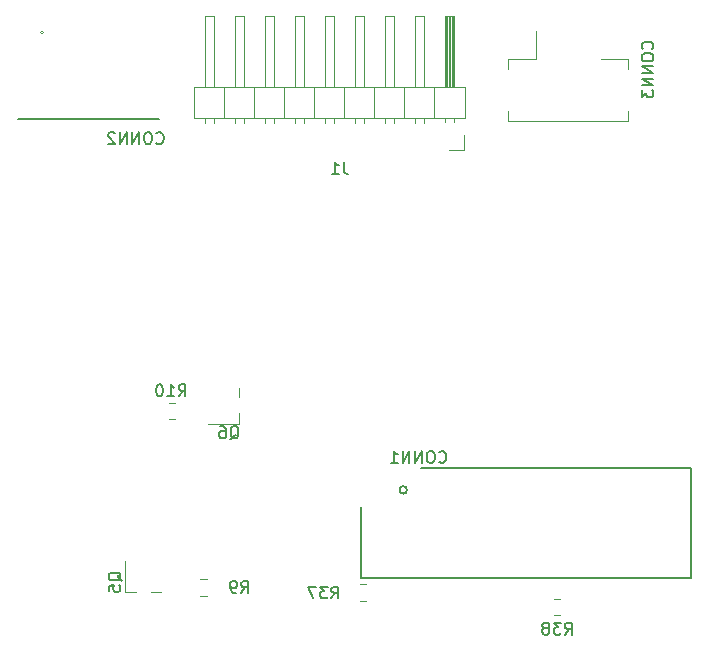
<source format=gbr>
G04 #@! TF.GenerationSoftware,KiCad,Pcbnew,(5.1.6-0-10_14)*
G04 #@! TF.CreationDate,2020-08-09T09:54:48-04:00*
G04 #@! TF.ProjectId,Pufferfish-Interface-2,50756666-6572-4666-9973-682d496e7465,rev?*
G04 #@! TF.SameCoordinates,Original*
G04 #@! TF.FileFunction,Legend,Bot*
G04 #@! TF.FilePolarity,Positive*
%FSLAX46Y46*%
G04 Gerber Fmt 4.6, Leading zero omitted, Abs format (unit mm)*
G04 Created by KiCad (PCBNEW (5.1.6-0-10_14)) date 2020-08-09 09:54:48*
%MOMM*%
%LPD*%
G01*
G04 APERTURE LIST*
%ADD10C,0.120000*%
%ADD11C,0.100000*%
%ADD12C,0.127000*%
%ADD13C,0.200000*%
%ADD14C,0.150000*%
G04 APERTURE END LIST*
D10*
X20126060Y-32608760D02*
X20126060Y-31808760D01*
X17526060Y-34858760D02*
X20126060Y-34858760D01*
X20126060Y-34858760D02*
X20126060Y-33908760D01*
X12720120Y-49105100D02*
X13520120Y-49105100D01*
X10470120Y-46505100D02*
X10470120Y-49105100D01*
X10470120Y-49105100D02*
X11420120Y-49105100D01*
X14696178Y-34474220D02*
X14179022Y-34474220D01*
X14696178Y-33054220D02*
X14179022Y-33054220D01*
X16866102Y-48024980D02*
X17383258Y-48024980D01*
X16866102Y-49444980D02*
X17383258Y-49444980D01*
X53091000Y-9202000D02*
X53091000Y-8352000D01*
X42921000Y-9202000D02*
X53091000Y-9202000D01*
X42921000Y-3982000D02*
X45246000Y-3982000D01*
X42921000Y-4832000D02*
X42921000Y-3982000D01*
X42921000Y-8352000D02*
X42921000Y-9202000D01*
X53091000Y-3982000D02*
X50766000Y-3982000D01*
X53091000Y-4832000D02*
X53091000Y-3982000D01*
X45246000Y-3982000D02*
X45246000Y-1592000D01*
D11*
X3593000Y-1718000D02*
G75*
G03*
X3593000Y-1718000I-127000J0D01*
G01*
D12*
X13341000Y-9068000D02*
X1391000Y-9068000D01*
D10*
X30911298Y-49861540D02*
X30394142Y-49861540D01*
X30911298Y-48441540D02*
X30394142Y-48441540D01*
X47291518Y-51065500D02*
X46774362Y-51065500D01*
X47291518Y-49645500D02*
X46774362Y-49645500D01*
X39209980Y-11691620D02*
X39209980Y-10421620D01*
X37939980Y-11691620D02*
X39209980Y-11691620D01*
X17239980Y-9378691D02*
X17239980Y-8981620D01*
X17999980Y-9378691D02*
X17999980Y-8981620D01*
X17239980Y-321620D02*
X17239980Y-6321620D01*
X17999980Y-321620D02*
X17239980Y-321620D01*
X17999980Y-6321620D02*
X17999980Y-321620D01*
X18889980Y-8981620D02*
X18889980Y-6321620D01*
X19779980Y-9378691D02*
X19779980Y-8981620D01*
X20539980Y-9378691D02*
X20539980Y-8981620D01*
X19779980Y-321620D02*
X19779980Y-6321620D01*
X20539980Y-321620D02*
X19779980Y-321620D01*
X20539980Y-6321620D02*
X20539980Y-321620D01*
X21429980Y-8981620D02*
X21429980Y-6321620D01*
X22319980Y-9378691D02*
X22319980Y-8981620D01*
X23079980Y-9378691D02*
X23079980Y-8981620D01*
X22319980Y-321620D02*
X22319980Y-6321620D01*
X23079980Y-321620D02*
X22319980Y-321620D01*
X23079980Y-6321620D02*
X23079980Y-321620D01*
X23969980Y-8981620D02*
X23969980Y-6321620D01*
X24859980Y-9378691D02*
X24859980Y-8981620D01*
X25619980Y-9378691D02*
X25619980Y-8981620D01*
X24859980Y-321620D02*
X24859980Y-6321620D01*
X25619980Y-321620D02*
X24859980Y-321620D01*
X25619980Y-6321620D02*
X25619980Y-321620D01*
X26509980Y-8981620D02*
X26509980Y-6321620D01*
X27399980Y-9378691D02*
X27399980Y-8981620D01*
X28159980Y-9378691D02*
X28159980Y-8981620D01*
X27399980Y-321620D02*
X27399980Y-6321620D01*
X28159980Y-321620D02*
X27399980Y-321620D01*
X28159980Y-6321620D02*
X28159980Y-321620D01*
X29049980Y-8981620D02*
X29049980Y-6321620D01*
X29939980Y-9378691D02*
X29939980Y-8981620D01*
X30699980Y-9378691D02*
X30699980Y-8981620D01*
X29939980Y-321620D02*
X29939980Y-6321620D01*
X30699980Y-321620D02*
X29939980Y-321620D01*
X30699980Y-6321620D02*
X30699980Y-321620D01*
X31589980Y-8981620D02*
X31589980Y-6321620D01*
X32479980Y-9378691D02*
X32479980Y-8981620D01*
X33239980Y-9378691D02*
X33239980Y-8981620D01*
X32479980Y-321620D02*
X32479980Y-6321620D01*
X33239980Y-321620D02*
X32479980Y-321620D01*
X33239980Y-6321620D02*
X33239980Y-321620D01*
X34129980Y-8981620D02*
X34129980Y-6321620D01*
X35019980Y-9378691D02*
X35019980Y-8981620D01*
X35779980Y-9378691D02*
X35779980Y-8981620D01*
X35019980Y-321620D02*
X35019980Y-6321620D01*
X35779980Y-321620D02*
X35019980Y-321620D01*
X35779980Y-6321620D02*
X35779980Y-321620D01*
X36669980Y-8981620D02*
X36669980Y-6321620D01*
X37559980Y-9311620D02*
X37559980Y-8981620D01*
X38319980Y-9311620D02*
X38319980Y-8981620D01*
X37659980Y-6321620D02*
X37659980Y-321620D01*
X37779980Y-6321620D02*
X37779980Y-321620D01*
X37899980Y-6321620D02*
X37899980Y-321620D01*
X38019980Y-6321620D02*
X38019980Y-321620D01*
X38139980Y-6321620D02*
X38139980Y-321620D01*
X38259980Y-6321620D02*
X38259980Y-321620D01*
X37559980Y-321620D02*
X37559980Y-6321620D01*
X38319980Y-321620D02*
X37559980Y-321620D01*
X38319980Y-6321620D02*
X38319980Y-321620D01*
X39269980Y-6321620D02*
X39269980Y-8981620D01*
X16289980Y-6321620D02*
X39269980Y-6321620D01*
X16289980Y-8981620D02*
X16289980Y-6321620D01*
X39269980Y-8981620D02*
X16289980Y-8981620D01*
D13*
X35560000Y-38608000D02*
X58420000Y-38608000D01*
X58420000Y-38608000D02*
X58420000Y-47879000D01*
X58420000Y-47879000D02*
X30480000Y-47879000D01*
X30480000Y-47879000D02*
X30480000Y-41910000D01*
X34359788Y-40449500D02*
G75*
G03*
X34359788Y-40449500I-323788J0D01*
G01*
D14*
X19371298Y-36156379D02*
X19466536Y-36108760D01*
X19561774Y-36013521D01*
X19704631Y-35870664D01*
X19799869Y-35823045D01*
X19895107Y-35823045D01*
X19847488Y-36061140D02*
X19942726Y-36013521D01*
X20037964Y-35918283D01*
X20085583Y-35727807D01*
X20085583Y-35394474D01*
X20037964Y-35203998D01*
X19942726Y-35108760D01*
X19847488Y-35061140D01*
X19657012Y-35061140D01*
X19561774Y-35108760D01*
X19466536Y-35203998D01*
X19418917Y-35394474D01*
X19418917Y-35727807D01*
X19466536Y-35918283D01*
X19561774Y-36013521D01*
X19657012Y-36061140D01*
X19847488Y-36061140D01*
X18561774Y-35061140D02*
X18752250Y-35061140D01*
X18847488Y-35108760D01*
X18895107Y-35156379D01*
X18990345Y-35299236D01*
X19037964Y-35489712D01*
X19037964Y-35870664D01*
X18990345Y-35965902D01*
X18942726Y-36013521D01*
X18847488Y-36061140D01*
X18657012Y-36061140D01*
X18561774Y-36013521D01*
X18514155Y-35965902D01*
X18466536Y-35870664D01*
X18466536Y-35632569D01*
X18514155Y-35537331D01*
X18561774Y-35489712D01*
X18657012Y-35442093D01*
X18847488Y-35442093D01*
X18942726Y-35489712D01*
X18990345Y-35537331D01*
X19037964Y-35632569D01*
X10192039Y-48162401D02*
X10144420Y-48067163D01*
X10049181Y-47971925D01*
X9906324Y-47829068D01*
X9858705Y-47733830D01*
X9858705Y-47638592D01*
X10096800Y-47686211D02*
X10049181Y-47590973D01*
X9953943Y-47495735D01*
X9763467Y-47448116D01*
X9430134Y-47448116D01*
X9239658Y-47495735D01*
X9144420Y-47590973D01*
X9096800Y-47686211D01*
X9096800Y-47876687D01*
X9144420Y-47971925D01*
X9239658Y-48067163D01*
X9430134Y-48114782D01*
X9763467Y-48114782D01*
X9953943Y-48067163D01*
X10049181Y-47971925D01*
X10096800Y-47876687D01*
X10096800Y-47686211D01*
X9096800Y-49019544D02*
X9096800Y-48543354D01*
X9572991Y-48495735D01*
X9525372Y-48543354D01*
X9477753Y-48638592D01*
X9477753Y-48876687D01*
X9525372Y-48971925D01*
X9572991Y-49019544D01*
X9668229Y-49067163D01*
X9906324Y-49067163D01*
X10001562Y-49019544D01*
X10049181Y-48971925D01*
X10096800Y-48876687D01*
X10096800Y-48638592D01*
X10049181Y-48543354D01*
X10001562Y-48495735D01*
X15026877Y-32509720D02*
X15360210Y-32033530D01*
X15598305Y-32509720D02*
X15598305Y-31509720D01*
X15217353Y-31509720D01*
X15122115Y-31557340D01*
X15074496Y-31604959D01*
X15026877Y-31700197D01*
X15026877Y-31843054D01*
X15074496Y-31938292D01*
X15122115Y-31985911D01*
X15217353Y-32033530D01*
X15598305Y-32033530D01*
X14074496Y-32509720D02*
X14645924Y-32509720D01*
X14360210Y-32509720D02*
X14360210Y-31509720D01*
X14455448Y-31652578D01*
X14550686Y-31747816D01*
X14645924Y-31795435D01*
X13455448Y-31509720D02*
X13360210Y-31509720D01*
X13264972Y-31557340D01*
X13217353Y-31604959D01*
X13169734Y-31700197D01*
X13122115Y-31890673D01*
X13122115Y-32128768D01*
X13169734Y-32319244D01*
X13217353Y-32414482D01*
X13264972Y-32462101D01*
X13360210Y-32509720D01*
X13455448Y-32509720D01*
X13550686Y-32462101D01*
X13598305Y-32414482D01*
X13645924Y-32319244D01*
X13693543Y-32128768D01*
X13693543Y-31890673D01*
X13645924Y-31700197D01*
X13598305Y-31604959D01*
X13550686Y-31557340D01*
X13455448Y-31509720D01*
X20331486Y-49156880D02*
X20664820Y-48680690D01*
X20902915Y-49156880D02*
X20902915Y-48156880D01*
X20521962Y-48156880D01*
X20426724Y-48204500D01*
X20379105Y-48252119D01*
X20331486Y-48347357D01*
X20331486Y-48490214D01*
X20379105Y-48585452D01*
X20426724Y-48633071D01*
X20521962Y-48680690D01*
X20902915Y-48680690D01*
X19855296Y-49156880D02*
X19664820Y-49156880D01*
X19569581Y-49109261D01*
X19521962Y-49061642D01*
X19426724Y-48918785D01*
X19379105Y-48728309D01*
X19379105Y-48347357D01*
X19426724Y-48252119D01*
X19474343Y-48204500D01*
X19569581Y-48156880D01*
X19760058Y-48156880D01*
X19855296Y-48204500D01*
X19902915Y-48252119D01*
X19950534Y-48347357D01*
X19950534Y-48585452D01*
X19902915Y-48680690D01*
X19855296Y-48728309D01*
X19760058Y-48775928D01*
X19569581Y-48775928D01*
X19474343Y-48728309D01*
X19426724Y-48680690D01*
X19379105Y-48585452D01*
X55122082Y-3113304D02*
X55169701Y-3065685D01*
X55217320Y-2922828D01*
X55217320Y-2827590D01*
X55169701Y-2684733D01*
X55074463Y-2589495D01*
X54979225Y-2541876D01*
X54788749Y-2494257D01*
X54645892Y-2494257D01*
X54455416Y-2541876D01*
X54360178Y-2589495D01*
X54264940Y-2684733D01*
X54217320Y-2827590D01*
X54217320Y-2922828D01*
X54264940Y-3065685D01*
X54312559Y-3113304D01*
X54217320Y-3732352D02*
X54217320Y-3922828D01*
X54264940Y-4018066D01*
X54360178Y-4113304D01*
X54550654Y-4160923D01*
X54883987Y-4160923D01*
X55074463Y-4113304D01*
X55169701Y-4018066D01*
X55217320Y-3922828D01*
X55217320Y-3732352D01*
X55169701Y-3637114D01*
X55074463Y-3541876D01*
X54883987Y-3494257D01*
X54550654Y-3494257D01*
X54360178Y-3541876D01*
X54264940Y-3637114D01*
X54217320Y-3732352D01*
X55217320Y-4589495D02*
X54217320Y-4589495D01*
X55217320Y-5160923D01*
X54217320Y-5160923D01*
X55217320Y-5637114D02*
X54217320Y-5637114D01*
X55217320Y-6208542D01*
X54217320Y-6208542D01*
X54217320Y-6589495D02*
X54217320Y-7208542D01*
X54598273Y-6875209D01*
X54598273Y-7018066D01*
X54645892Y-7113304D01*
X54693511Y-7160923D01*
X54788749Y-7208542D01*
X55026844Y-7208542D01*
X55122082Y-7160923D01*
X55169701Y-7113304D01*
X55217320Y-7018066D01*
X55217320Y-6732352D01*
X55169701Y-6637114D01*
X55122082Y-6589495D01*
X13141413Y-11076201D02*
X13189067Y-11123854D01*
X13332027Y-11171508D01*
X13427334Y-11171508D01*
X13570295Y-11123854D01*
X13665602Y-11028547D01*
X13713255Y-10933240D01*
X13760909Y-10742626D01*
X13760909Y-10599666D01*
X13713255Y-10409052D01*
X13665602Y-10313745D01*
X13570295Y-10218438D01*
X13427334Y-10170784D01*
X13332027Y-10170784D01*
X13189067Y-10218438D01*
X13141413Y-10266091D01*
X12521917Y-10170784D02*
X12331303Y-10170784D01*
X12235996Y-10218438D01*
X12140689Y-10313745D01*
X12093036Y-10504359D01*
X12093036Y-10837933D01*
X12140689Y-11028547D01*
X12235996Y-11123854D01*
X12331303Y-11171508D01*
X12521917Y-11171508D01*
X12617224Y-11123854D01*
X12712531Y-11028547D01*
X12760185Y-10837933D01*
X12760185Y-10504359D01*
X12712531Y-10313745D01*
X12617224Y-10218438D01*
X12521917Y-10170784D01*
X11664154Y-11171508D02*
X11664154Y-10170784D01*
X11092312Y-11171508D01*
X11092312Y-10170784D01*
X10615776Y-11171508D02*
X10615776Y-10170784D01*
X10043934Y-11171508D01*
X10043934Y-10170784D01*
X9615052Y-10266091D02*
X9567399Y-10218438D01*
X9472092Y-10170784D01*
X9233824Y-10170784D01*
X9138517Y-10218438D01*
X9090864Y-10266091D01*
X9043210Y-10361398D01*
X9043210Y-10456705D01*
X9090864Y-10599666D01*
X9662706Y-11171508D01*
X9043210Y-11171508D01*
X27963097Y-49636940D02*
X28296430Y-49160750D01*
X28534525Y-49636940D02*
X28534525Y-48636940D01*
X28153573Y-48636940D01*
X28058335Y-48684560D01*
X28010716Y-48732179D01*
X27963097Y-48827417D01*
X27963097Y-48970274D01*
X28010716Y-49065512D01*
X28058335Y-49113131D01*
X28153573Y-49160750D01*
X28534525Y-49160750D01*
X27629763Y-48636940D02*
X27010716Y-48636940D01*
X27344049Y-49017893D01*
X27201192Y-49017893D01*
X27105954Y-49065512D01*
X27058335Y-49113131D01*
X27010716Y-49208369D01*
X27010716Y-49446464D01*
X27058335Y-49541702D01*
X27105954Y-49589321D01*
X27201192Y-49636940D01*
X27486906Y-49636940D01*
X27582144Y-49589321D01*
X27629763Y-49541702D01*
X26677382Y-48636940D02*
X26010716Y-48636940D01*
X26439287Y-49636940D01*
X47719217Y-52700180D02*
X48052550Y-52223990D01*
X48290645Y-52700180D02*
X48290645Y-51700180D01*
X47909693Y-51700180D01*
X47814455Y-51747800D01*
X47766836Y-51795419D01*
X47719217Y-51890657D01*
X47719217Y-52033514D01*
X47766836Y-52128752D01*
X47814455Y-52176371D01*
X47909693Y-52223990D01*
X48290645Y-52223990D01*
X47385883Y-51700180D02*
X46766836Y-51700180D01*
X47100169Y-52081133D01*
X46957312Y-52081133D01*
X46862074Y-52128752D01*
X46814455Y-52176371D01*
X46766836Y-52271609D01*
X46766836Y-52509704D01*
X46814455Y-52604942D01*
X46862074Y-52652561D01*
X46957312Y-52700180D01*
X47243026Y-52700180D01*
X47338264Y-52652561D01*
X47385883Y-52604942D01*
X46195407Y-52128752D02*
X46290645Y-52081133D01*
X46338264Y-52033514D01*
X46385883Y-51938276D01*
X46385883Y-51890657D01*
X46338264Y-51795419D01*
X46290645Y-51747800D01*
X46195407Y-51700180D01*
X46004931Y-51700180D01*
X45909693Y-51747800D01*
X45862074Y-51795419D01*
X45814455Y-51890657D01*
X45814455Y-51938276D01*
X45862074Y-52033514D01*
X45909693Y-52081133D01*
X46004931Y-52128752D01*
X46195407Y-52128752D01*
X46290645Y-52176371D01*
X46338264Y-52223990D01*
X46385883Y-52319228D01*
X46385883Y-52509704D01*
X46338264Y-52604942D01*
X46290645Y-52652561D01*
X46195407Y-52700180D01*
X46004931Y-52700180D01*
X45909693Y-52652561D01*
X45862074Y-52604942D01*
X45814455Y-52509704D01*
X45814455Y-52319228D01*
X45862074Y-52223990D01*
X45909693Y-52176371D01*
X46004931Y-52128752D01*
X28987073Y-12695940D02*
X28987073Y-13410226D01*
X29034692Y-13553083D01*
X29129930Y-13648321D01*
X29272787Y-13695940D01*
X29368025Y-13695940D01*
X27987073Y-13695940D02*
X28558501Y-13695940D01*
X28272787Y-13695940D02*
X28272787Y-12695940D01*
X28368025Y-12838798D01*
X28463263Y-12934036D01*
X28558501Y-12981655D01*
X37077115Y-38065982D02*
X37124734Y-38113601D01*
X37267591Y-38161220D01*
X37362829Y-38161220D01*
X37505686Y-38113601D01*
X37600924Y-38018363D01*
X37648543Y-37923125D01*
X37696162Y-37732649D01*
X37696162Y-37589792D01*
X37648543Y-37399316D01*
X37600924Y-37304078D01*
X37505686Y-37208840D01*
X37362829Y-37161220D01*
X37267591Y-37161220D01*
X37124734Y-37208840D01*
X37077115Y-37256459D01*
X36458067Y-37161220D02*
X36267591Y-37161220D01*
X36172353Y-37208840D01*
X36077115Y-37304078D01*
X36029496Y-37494554D01*
X36029496Y-37827887D01*
X36077115Y-38018363D01*
X36172353Y-38113601D01*
X36267591Y-38161220D01*
X36458067Y-38161220D01*
X36553305Y-38113601D01*
X36648543Y-38018363D01*
X36696162Y-37827887D01*
X36696162Y-37494554D01*
X36648543Y-37304078D01*
X36553305Y-37208840D01*
X36458067Y-37161220D01*
X35600924Y-38161220D02*
X35600924Y-37161220D01*
X35029496Y-38161220D01*
X35029496Y-37161220D01*
X34553305Y-38161220D02*
X34553305Y-37161220D01*
X33981877Y-38161220D01*
X33981877Y-37161220D01*
X32981877Y-38161220D02*
X33553305Y-38161220D01*
X33267591Y-38161220D02*
X33267591Y-37161220D01*
X33362829Y-37304078D01*
X33458067Y-37399316D01*
X33553305Y-37446935D01*
M02*

</source>
